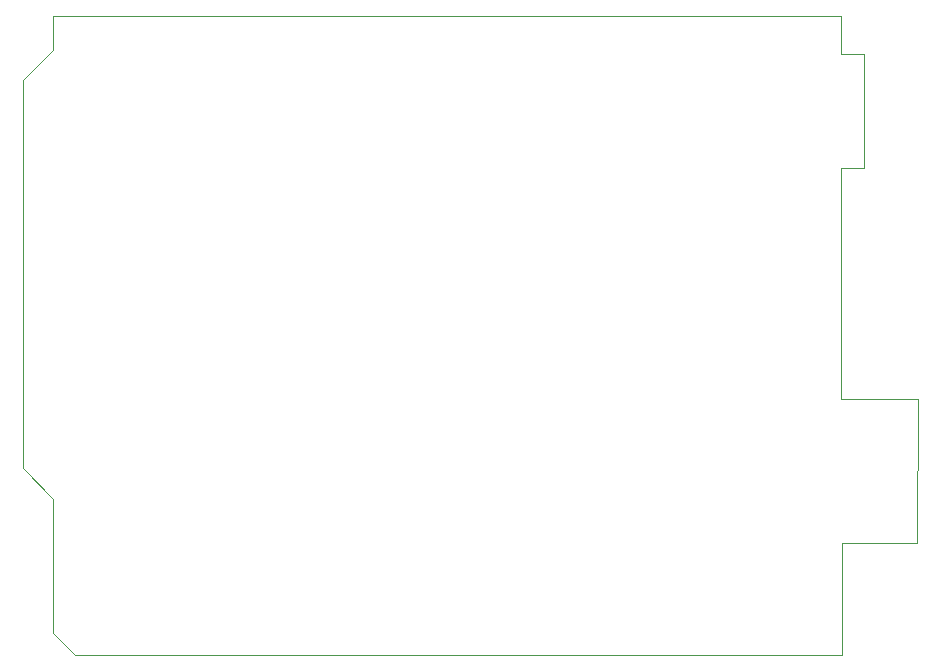
<source format=gbr>
%TF.GenerationSoftware,KiCad,Pcbnew,(6.0.6)*%
%TF.CreationDate,2022-11-26T18:27:25-08:00*%
%TF.ProjectId,AS-EXTN-UNO-01,41532d45-5854-44e2-9d55-4e4f2d30312e,rev?*%
%TF.SameCoordinates,Original*%
%TF.FileFunction,Profile,NP*%
%FSLAX46Y46*%
G04 Gerber Fmt 4.6, Leading zero omitted, Abs format (unit mm)*
G04 Created by KiCad (PCBNEW (6.0.6)) date 2022-11-26 18:27:25*
%MOMM*%
%LPD*%
G01*
G04 APERTURE LIST*
%TA.AperFunction,Profile*%
%ADD10C,0.100000*%
%TD*%
G04 APERTURE END LIST*
D10*
X121767600Y-69824600D02*
X121767600Y-79476600D01*
X126238000Y-111252000D02*
X119837200Y-111252000D01*
X119811800Y-69824600D02*
X121767600Y-69824600D01*
X119786400Y-79476600D02*
X119786400Y-99060000D01*
X119786400Y-99060000D02*
X126263400Y-99060000D01*
X53060600Y-69494400D02*
X53060600Y-66675000D01*
X121767600Y-79476600D02*
X119786400Y-79476600D01*
X50520600Y-72034400D02*
X53060600Y-69494400D01*
X53060600Y-107518200D02*
X50520600Y-104927400D01*
X50520600Y-104927400D02*
X50520600Y-72034400D01*
X119811800Y-66675000D02*
X119811800Y-69824600D01*
X53060600Y-118897400D02*
X53060600Y-107518200D01*
X54889400Y-120777000D02*
X53060600Y-118897400D01*
X119837200Y-120777000D02*
X54889400Y-120777000D01*
X53060600Y-66675000D02*
X119811800Y-66675000D01*
X126263400Y-99060000D02*
X126238000Y-111252000D01*
X119837200Y-111252000D02*
X119837200Y-120777000D01*
M02*

</source>
